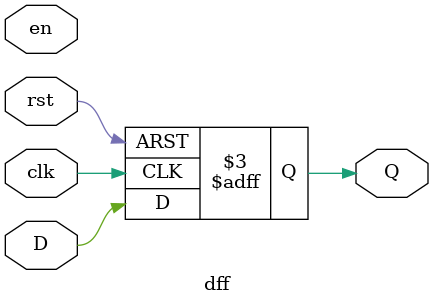
<source format=v>
`timescale 1ns / 1ps


module dff(
clk,D,rst,en,Q
    );
    input clk,rst,en,D;
    output reg Q;
    always@(posedge clk or negedge rst)begin 
    if(!rst)
        Q<=1'b0;
    else
        Q<=D;
    end
endmodule

</source>
